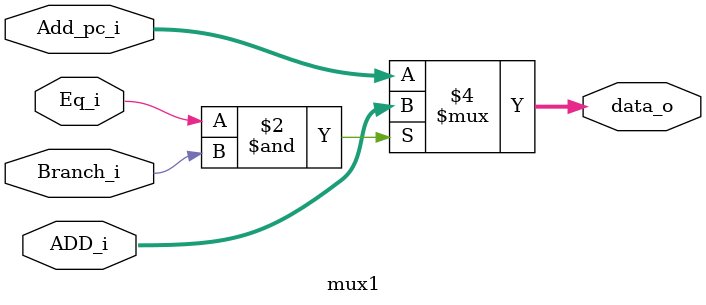
<source format=v>
module mux1(
	Eq_i,	
	Branch_i,	
	Add_pc_i,	
	ADD_i,
	data_o
);

input   [31:0]		Add_pc_i;
input   [31:0]		ADD_i;
input				Eq_i;
input				Branch_i;
output reg [31:0]	data_o;

always@(*)begin
	if( Eq_i & Branch_i )
		data_o = ADD_i;
	else
		data_o = Add_pc_i;
end

endmodule
</source>
